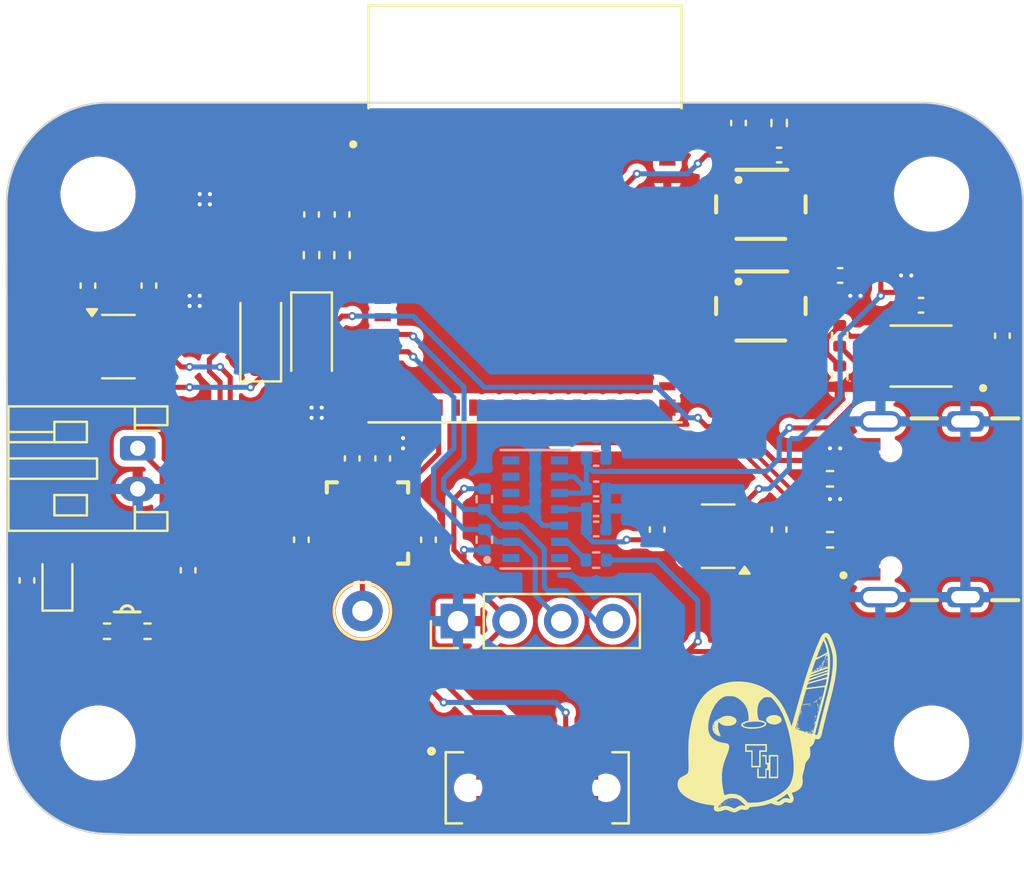
<source format=kicad_pcb>
(kicad_pcb (version 20240108) (generator "pcbnew") (generator_version "8.0")
  (layers (0 "F.Cu" signal) (31 "B.Cu" signal) (34 "B.Paste" user) (35 "F.Paste" user) (36 "B.SilkS" user "B.Silkscreen") (37 "F.SilkS" user "F.Silkscreen") (38 "B.Mask" user) (39 "F.Mask" user) (44 "Edge.Cuts" user))
  (net 0 "")
  (net 1 "+3V3")
  (net 2 "/Ay")
  (net 3 "Net-(USB4105-GF-A1-CC2)")
  (net 4 "Net-(USB4105-GF-A1-CC1)")
  (net 5 "/SCL")
  (net 6 "Net-(U6-~{INT})")
  (net 7 "Net-(D1-K)")
  (net 9 "/Ax")
  (net 11 "+1.8V")
  (net 12 "/EN")
  (net 13 "/DN")
  (net 14 "/DP")
  (net 15 "+5V")
  (net 16 "+BATT")
  (net 17 "/Az")
  (net 18 "/SDA")
  (net 19 "Net-(PAM2401-SCADJ1-LX)")
  (net 20 "Net-(PAM2401-SCADJ1-FB)")
  (net 21 "Net-(BT1-+)")
  (net 22 "/VLED")
  (net 26 "/Boot")
  (net 29 "Net-(U2-IO4)")
  (net 54 "GND")
  (net 55 "Net-(D4-A)")
  (net 58 "Net-(U3-ST)")
  (net 71 "Net-(D4-K)")
  (net 72 "/STAT")
  (net 73 "Net-(MCP73831T1-PROG)")
  (footprint "customFootprints:rockerSwitch-434133025816" (layer "F.Cu") (at 147 49)
    (property "Reference" "SW2" (hide yes))
    (property "Value" "~" (hide yes))
  )
  (footprint "LED_SMD:LED_0603_1608Metric" (layer "F.Cu") (at 112.5 62.5 90)
    (property "Reference" "D4" (hide yes))
    (property "Value" "LED CHRG " (hide yes))
  )
  (footprint "JS102011JAQN:SW_JS102011JAQN" (layer "F.Cu") (at 136.1 72.7)
    (property "Reference" "S1" (hide yes))
    (property "Value" "JS102011JAQN" (hide yes))
  )
  (footprint "Resistor_SMD:R_0402_1005Metric" (layer "F.Cu") (at 125 46.5 -90)
    (property "Reference" "R4" (hide yes))
    (property "Value" "5.1k" (hide yes))
  )
  (footprint "Package_TO_SOT_SMD:SOT-23-5" (layer "F.Cu") (at 115.5 51)
    (property "Reference" "U1" (hide yes))
    (property "Value" "LP5907MFX-3.3" (hide yes))
  )
  (footprint "Capacitor_SMD:C_0402_1005Metric" (layer "F.Cu") (at 148 60 90)
    (property "Reference" "C10" (hide yes))
    (property "Value" "1uF" (hide yes))
  )
  (footprint "esp32s3mini:XCVR_ESP32-S3-MINI-1-N8" (layer "F.Cu") (at 135.5 47)
    (property "Reference" "U2" (hide yes))
    (property "Value" "ESP32-S3-MINI-1-N8" (hide yes))
  )
  (footprint "Resistor_SMD:R_0402_1005Metric" (layer "F.Cu") (at 114.9384 65 180)
    (property "Reference" "R15" (hide yes))
    (property "Value" "2k" (hide yes))
  )
  (footprint "MCP73831T-3ACI_OT:SOT95P270X145-5N" (layer "F.Cu") (at 115.9284 62.5 180)
    (property "Reference" "MCP73831T1" (hide yes))
    (property "Value" "~" (hide yes))
  )
  (footprint "MountingHole:MountingHole_3.2mm_M3" (layer "F.Cu") (at 114.5 43.5)
    (property "Reference" "H1" (hide yes))
    (property "Value" "MountingHole" (hide yes))
  )
  (footprint "Resistor_SMD:R_0402_1005Metric" (layer "F.Cu") (at 126.5 46.5 -90)
    (property "Reference" "R5" (hide yes))
    (property "Value" "5.1k" (hide yes))
  )
  (footprint "Connector_PinHeader_2.54mm:PinHeader_1x04_P2.54mm_Vertical" (layer "F.Cu") (at 132.2 64.5 90)
    (property "Reference" "U4" (hide yes))
    (property "Value" "DM-OLED096-636" (hide yes))
  )
  (footprint "Capacitor_SMD:C_0402_1005Metric" (layer "F.Cu") (at 111 62.5 -90)
    (property "Reference" "C19" (hide yes))
    (property "Value" "4.7uF" (hide yes))
  )
  (footprint "Capacitor_SMD:C_0402_1005Metric" (layer "F.Cu") (at 130.75 60.5 -90)
    (property "Reference" "C7" (hide yes))
    (property "Value" "0.1uF" (hide yes))
  )
  (footprint "Capacitor_SMD:C_0402_1005Metric" (layer "F.Cu") (at 128.5 56.5 90)
    (property "Reference" "C1" (hide yes))
    (property "Value" "0.1uF" (hide yes))
  )
  (footprint "Capacitor_SMD:C_0402_1005Metric" (layer "F.Cu") (at 154.98 48.965)
    (property "Reference" "C17" (hide yes))
    (property "Value" "22uF" (hide yes))
  )
  (footprint "LOGO" (layer "F.Cu") (at 146.5 69.5)
    (property "Reference" "G***" (hide yes))
    (property "Value" "LOGO" (hide yes))
  )
  (footprint "Capacitor_SMD:C_0402_1005Metric" (layer "F.Cu") (at 158.98 50.465 90)
    (property "Reference" "C16" (hide yes))
    (property "Value" "10uF" (hide yes))
  )
  (footprint "Package_TO_SOT_SMD:SOT-23-5" (layer "F.Cu") (at 145 60.325 180)
    (property "Reference" "U5" (hide yes))
    (property "Value" "LP5907MFX-1.8" (hide yes))
  )
  (footprint "USB4105-GF-A-Footprint:GCT_USB4105-GF-A" (layer "F.Cu") (at 157.1625 59 90)
    (property "Reference" "USB4105-GF-A1" (hide yes))
    (property "Value" "~" (hide yes))
  )
  (footprint "Resistor_SMD:R_0402_1005Metric" (layer "F.Cu") (at 148 40 -90)
    (property "Reference" "R2" (hide yes))
    (property "Value" "10k" (hide yes))
  )
  (footprint "Capacitor_SMD:C_0402_1005Metric" (layer "F.Cu") (at 151 47.5 180)
    (property "Reference" "C4" (hide yes))
    (property "Value" "0.1uF" (hide yes))
  )
  (footprint "MountingHole:MountingHole_3.2mm_M3" (layer "F.Cu") (at 114.5 70.5)
    (property "Reference" "H3" (hide yes))
    (property "Value" "MountingHole" (hide yes))
  )
  (footprint "Diode_SMD:D_SOD-123F" (layer "F.Cu") (at 122.5 50.5 90)
    (property "Reference" "D1" (hide yes))
    (property "Value" "D" (hide yes))
  )
  (footprint "Capacitor_SMD:C_0402_1005Metric" (layer "F.Cu") (at 125 44.5 90)
    (property "Reference" "C21" (hide yes))
    (property "Value" "0.1uF" (hide yes))
  )
  (footprint "customFootprints:rockerSwitch-434133025816" (layer "F.Cu") (at 147 44)
    (property "Reference" "SW1" (hide yes))
    (property "Value" "~" (hide yes))
  )
  (footprint "ADXL335:LFCSP-16" (layer "F.Cu") (at 127.75 59.675 90)
    (property "Reference" "U3" (hide yes))
    (property "Value" "ADXL335" (hide yes))
  )
  (footprint "Resistor_SMD:R_0402_1005Metric" (layer "F.Cu") (at 150.5 60.5 180)
    (property "Reference" "R7" (hide yes))
    (property "Value" "5.1k" (hide yes))
  )
  (footprint "TestPoint:TestPoint_Keystone_5000-5004_Miniature" (layer "F.Cu") (at 127.5 64 -90)
    (property "Reference" "TP1" (hide yes))
    (property "Value" "TestPoint" (hide yes))
  )
  (footprint "Resistor_SMD:R_0402_1005Metric" (layer "F.Cu") (at 150.98 52.465 -90)
    (property "Reference" "R1" (hide yes))
    (property "Value" "100k" (hide yes))
  )
  (footprint "Capacitor_SMD:C_0402_1005Metric" (layer "F.Cu") (at 142 60 90)
    (property "Reference" "C11" (hide yes))
    (property "Value" "1uF" (hide yes))
  )
  (footprint "Capacitor_SMD:C_0402_1005Metric" (layer "F.Cu") (at 117 48 -90)
    (property "Reference" "C5" (hide yes))
    (property "Value" "1uF" (hide yes))
  )
  (footprint "MountingHole:MountingHole_3.2mm_M3" (layer "F.Cu") (at 155.5 70.5)
    (property "Reference" "H2" (hide yes))
    (property "Value" "MountingHole" (hide yes))
  )
  (footprint "Resistor_SMD:R_0402_1005Metric" (layer "F.Cu") (at 150.5 57.5 180)
    (property "Reference" "R6" (hide yes))
    (property "Value" "5.1k" (hide yes))
  )
  (footprint "Inductor_SMD:L_0402_1005Metric" (layer "F.Cu") (at 158.98 52.465 -90)
    (property "Reference" "L1" (hide yes))
    (property "Value" "2.2uH" (hide yes))
  )
  (footprint "Capacitor_SMD:C_0402_1005Metric" (layer "F.Cu") (at 148 41.575 180)
    (property "Reference" "C9" (hide yes))
    (property "Value" "0.1uF" (hide yes))
  )
  (footprint "Capacitor_SMD:C_0402_1005Metric" (layer "F.Cu") (at 118.9284 62 -90)
    (property "Reference" "C18" (hide yes))
    (property "Value" "4.7uF" (hide yes))
  )
  (footprint "Diode_SMD:D_SOD-123F" (layer "F.Cu") (at 125 50.545 -90)
    (property "Reference" "D2" (hide yes))
    (property "Value" "D" (hide yes))
  )
  (footprint "Capacitor_SMD:C_0402_1005Metric" (layer "F.Cu") (at 126.5 44.5 90)
    (property "Reference" "C20" (hide yes))
    (property "Value" "22uF" (hide yes))
  )
  (footprint "Capacitor_SMD:C_0402_1005Metric" (layer "F.Cu") (at 127 56.5 90)
    (property "Reference" "C2" (hide yes))
    (property "Value" "0.1uF" (hide yes))
  )
  (footprint "PAM2401SCADJ:SOP65P490X110-8N" (layer "F.Cu") (at 154.98 51.465 180)
    (property "Reference" "PAM2401-SCADJ1" (hide yes))
    (property "Value" "~")
  )
  (footprint "Capacitor_SMD:C_0402_1005Metric" (layer "F.Cu") (at 114 48 -90)
    (property "Reference" "C6" (hide yes))
    (property "Value" "1uF" (hide yes))
  )
  (footprint "Capacitor_SMD:C_0402_1005Metric" (layer "F.Cu") (at 146 40 -90)
    (property "Reference" "C3" (hide yes))
    (property "Value" "1uF" (hide yes))
  )
  (footprint "MountingHole:MountingHole_3.2mm_M3" (layer "F.Cu") (at 155.5 43.5)
    (property "Reference" "H4" (hide yes))
    (property "Value" "MountingHole" (hide yes))
  )
  (footprint "Resistor_SMD:R_0402_1005Metric" (layer "F.Cu") (at 116.9284 65)
    (property "Reference" "R13" (hide yes))
    (property "Value" "470" (hide yes))
  )
  (footprint "Resistor_SMD:R_0402_1005Metric" (layer "F.Cu") (at 150.98 50.465 -90)
    (property "Reference" "R3" (hide yes))
    (property "Value" "750k" (hide yes))
  )
  (footprint "Connector_JST:JST_PH_S2B-PH-K_1x02_P2.00mm_Horizontal" (layer "F.Cu") (at 116.45 56 -90)
    (property "Reference" "BT1" (hide yes))
    (property "Value" "Battery_Cell" (hide yes))
  )
  (footprint "Capacitor_SMD:C_0402_1005Metric" (layer "F.Cu") (at 124.5 60.5 -90)
    (property "Reference" "C8" (hide yes))
    (property "Value" "0.1uF" (hide yes))
  )
  (footprint "Capacitor_SMD:C_0402_1005Metric" (layer "B.Cu") (at 139 58 180)
    (property "Reference" "C12" (hide yes))
    (property "Value" "10uF" (hide yes))
  )
  (footprint "Resistor_SMD:R_0402_1005Metric" (layer "B.Cu") (at 139 61.5 180)
    (property "Reference" "R9" (hide yes))
    (property "Value" "1k" (hide yes))
  )
  (footprint "Capacitor_SMD:C_0402_1005Metric" (layer "B.Cu") (at 139 56.5)
    (property "Reference" "C13" (hide yes))
    (property "Value" "0.1uF" (hide yes))
  )
  (footprint "Resistor_SMD:R_0402_1005Metric" (layer "B.Cu") (at 133.5 58.5 -90)
    (property "Reference" "R14" (hide yes))
    (property "Value" "1k" (hide yes))
  )
  (footprint "Resistor_SMD:R_0402_1005Metric" (layer "B.Cu") (at 133.5 60.5 90)
    (property "Reference" "R8" (hide yes))
    (property "Value" "1k" (hide yes))
  )
  (footprint "Capacitor_SMD:C_0402_1005Metric" (layer "B.Cu") (at 139 58.97 180)
    (property "Reference" "C14" (hide yes))
    (property "Value" "4.7uF" (hide yes))
  )
  (footprint "MAX30101EFD_T:PSON80P560X330X165-14N" (layer "B.Cu") (at 136 59)
    (property "Reference" "U6" (hide yes))
    (property "Value" "MAX30101EFD_T" (hide yes))
  )
  (footprint "Capacitor_SMD:C_0402_1005Metric" (layer "B.Cu") (at 139 59.97)
    (property "Reference" "C15" (hide yes))
    (property "Value" "0.1uF" (hide yes))
  )
  (gr_line (start 110.035534 69.964466) (end 110 44) (stroke (width 0.1)) (layer "Edge.Cuts"))
  (gr_line (start 155 75) (end 116 75) (stroke (width 0.1)) (layer "Edge.Cuts"))
  (gr_line (start 116 75) (end 115.035534 74.964466) (stroke (width 0.1)) (layer "Edge.Cuts"))
  (gr_arc (start 115.035534 74.964466) (mid 111.49999 73.50001) (end 110.035534 69.964466) (stroke (width 0.1)) (layer "Edge.Cuts"))
  (gr_arc (start 160 70) (mid 158.535534 73.535534) (end 155 75) (stroke (width 0.1)) (layer "Edge.Cuts"))
  (gr_line (start 160 44) (end 160 70) (stroke (width 0.1)) (layer "Edge.Cuts"))
  (gr_arc (start 110 44) (mid 111.464466 40.464466) (end 115 39) (stroke (width 0.1)) (layer "Edge.Cuts"))
  (gr_arc (start 155 39) (mid 158.535534 40.464466) (end 160 44) (stroke (width 0.1)) (layer "Edge.Cuts"))
  (gr_line (start 115 39) (end 155 39) (stroke (width 0.1)) (layer "Edge.Cuts"))
  (segment (start 153.17 48.33) (end 153 48.5) (width 0.25) (layer "F.Cu") (net 1))
  (segment (start 147.98851 60.48) (end 148 60.48) (width 0.25) (layer "F.Cu") (net 1))
  (segment (start 157.09 51.14) (end 156.215 51.14) (width 0.25) (layer "F.Cu") (net 1))
  (segment (start 132 58.5) (end 132.51 57.99) (width 0.25) (layer "F.Cu") (net 1))
  (segment (start 122.48 47.5) (end 125 44.98) (width 0.25) (layer "F.Cu") (net 1))
  (segment (start 117.02 47.5) (end 122.48 47.5) (width 0.25) (layer "F.Cu") (net 1))
  (segment (start 132 58.5) (end 132 61) (width 0.25) (layer "F.Cu") (net 1))
  (segment (start 126.25851 44.98) (end 126.5 44.98) (width 0.25) (layer "F.Cu") (net 1))
  (segment (start 132.5 61.5) (end 133.5 62.5) (width 0.25) (layer "F.Cu") (net 1))
  (segment (start 116 48.210001) (end 116 49.4125) (width 0.25) (layer "F.Cu") (net 1))
  (segment (start 134.12 64.5) (end 134.74 64.5) (width 0.25) (layer "F.Cu") (net 1))
  (segment (start 126.5 44.98) (end 125 44.98) (width 0.25) (layer "F.Cu") (net 1))
  (segment (start 116 49.4125) (end 116.6375 50.05) (width 0.25) (layer "F.Cu") (net 1))
  (segment (start 123.98 60.02) (end 123.5 60.5) (width 0.25) (layer "F.Cu") (net 1))
  (segment (start 153 47.5) (end 153 48.5) (width 0.25) (layer "F.Cu") (net 1))
  (segment (start 158.98 51.98) (end 158.98 50.945) (width 0.25) (layer "F.Cu") (net 1))
  (segment (start 146.5 59.0125) (end 146.5 58.5) (width 0.25) (layer "F.Cu") (net 1))
  (segment (start 158.785 51.14) (end 157.09 51.14) (width 0.25) (layer "F.Cu") (net 1))
  (segment (start 132.5 61) (end 132.51 60.99) (width 0.25) (layer "F.Cu") (net 1))
  (segment (start 116.6375 50.05) (end 118.5875 52) (width 0.25) (layer "F.Cu") (net 1))
  (segment (start 155.83 48.33) (end 153.17 48.33) (width 0.25) (layer "F.Cu") (net 1))
  (segment (start 121 52.5) (end 121 54) (width 0.25) (layer "F.Cu") (net 1))
  (segment (start 126.136396 67) (end 132.5 67) (width 0.25) (layer "F.Cu") (net 1))
  (segment (start 147.205 61.275) (end 148 60.48) (width 0.25) (layer "F.Cu") (net 1))
  (segment (start 151 45.5) (end 153 47.5) (width 0.25) (layer "F.Cu") (net 1))
  (segment (start 148 60.48) (end 148.48 60.48) (width 0.25) (layer "F.Cu") (net 1))
  (segment (start 148.99 39.49) (end 151 41.5) (width 0.25) (layer "F.Cu") (net 1))
  (segment (start 124.5 56.5) (end 124.5 60.02) (width 0.25) (layer "F.Cu") (net 1))
  (segment (start 125 62.863604) (end 125 65.863604) (width 0.25) (layer "F.Cu") (net 1))
  (segment (start 132 61) (end 132.5 61.5) (width 0.25) (layer "F.Cu") (net 1))
  (segment (start 156.065 48.565) (end 155.83 48.33) (width 0.25) (layer "F.Cu") (net 1))
  (segment (start 146.88351 59.375) (end 147.98851 60.48) (width 0.25) (layer "F.Cu") (net 1))
  (segment (start 156.065 50.99) (end 156.065 48.565) (width 0.25) (layer "F.Cu") (net 1))
  (segment (start 143.5 66) (end 144 65.5) (width 0.25) (layer "F.Cu") (net 1))
  (segment (start 118.5875 52) (end 119 52) (width 0.25) (layer "F.Cu") (net 1))
  (segment (start 124.5 60.02) (end 123.98 60.02) (width 0.25) (layer "F.Cu") (net 1))
  (segment (start 125.98 60.02) (end 126 60) (width 0.25) (layer "F.Cu") (net 1))
  (segment (start 126.5 44.98) (end 126.534999 44.98) (width 0.25) (layer "F.Cu") (net 1))
  (segment (start 121 54) (end 122.475 55.475) (width 0.25) (layer "F.Cu") (net 1))
  (segment (start 146.1375 59.375) (end 146.5 59.0125) (width 0.25) (layer "F.Cu") (net 1))
  (segment (start 123.475 55.475) (end 124.5 56.5) (width 0.25) (layer "F.Cu") (net 1))
  (segment (start 147 66) (end 149 64) (width 0.25) (layer "F.Cu") (net 1))
  (segment (start 146.5 58.5) (end 147 58) (width 0.25) (layer "F.Cu") (net 1))
  (segment (start 146.1375 61.275) (end 147.205 61.275) (width 0.25) (layer "F.Cu") (net 1))
  (segment (start 148 39.49) (end 148.99 39.49) (width 0.25) (layer "F.Cu") (net 1))
  (segment (start 117 47.52) (end 117.02 47.5) (width 0.25) (layer "F.Cu") (net 1))
  (segment (start 148.48 60.48) (end 149 61) (width 0.25) (layer "F.Cu") (net 1))
  (segment (start 127.5 44.014999) (end 127.5 43.1) (width 0.25) (layer "F.Cu") (net 1))
  (segment (start 122.475 55.475) (end 123.475 55.475) (width 0.25) (layer "F.Cu") (net 1))
  (segment (start 124.5 60.02) (end 124.51149 60.02) (width 0.25) (layer "F.Cu") (net 1))
  (segment (start 158.98 50.945) (end 158.785 51.14) (width 0.25) (layer "F.Cu") (net 1))
  (segment (start 144.5 66) (end 147 66) (width 0.25) (layer "F.Cu") (net 1))
  (segment (start 133.5 67) (end 133 66.5) (width 0.25) (layer "F.Cu") (net 1))
  (segment (start 146.1375 59.375) (end 146.88351 59.375) (width 0.25) (layer "F.Cu") (net 1))
  (segment (start 158.79 51.79) (end 158.98 51.98) (width 0.25) (layer "F.Cu") (net 1))
  (segment (start 123.5 60.5) (end 123.5 61.363604) (width 0.25) (layer "F.Cu") (net 1))
  (segment (start 133 66.24) (end 134.74 64.5) (width 0.25) (layer "F.Cu") (net 1))
  (segment (start 143.5 66) (end 142.5 67) (width 0.25) (layer "F.Cu") (net 1))
  (segment (start 133.5 63.26) (end 134.74 64.5) (width 0.25) (layer "F.Cu") (net 1))
  (segment (start 133.5 62.5) (end 133.5 63.26) (width 0.25) (layer "F.Cu") (net 1))
  (segment (start 132.5 67) (end 133 66.5) (width 0.25) (layer "F.Cu") (net 1))
  (segment (start 117 47.52) (end 116.690001 47.52) (width 0.25) (layer "F.Cu") (net 1))
  (segment (start 126.534999 44.98) (end 127.5 44.014999) (width 0.25) (layer "F.Cu") (net 1))
  (segment (start 125 65.863604) (end 126.136396 67) (width 0.25) (layer "F.Cu") (net 1))
  (segment (start 127.5 43.1) (end 127.85 42.75) (width 0.25) (layer "F.Cu") (net 1))
  (segment (start 151 41.5) (end 151 45.5) (width 0.25) (layer "F.Cu") (net 1))
  (segment (start 142.5 67) (end 133.5 67) (width 0.25) (layer "F.Cu") (net 1))
  (segment (start 143.5 66) (end 144.5 66) (width 0.25) (layer "F.Cu") (net 1))
  (segment (start 123.5 61.363604) (end 125 62.863604) (width 0.25) (layer "F.Cu") (net 1))
  (segment (start 133 66.5) (end 133 66.24) (width 0.25) (layer "F.Cu") (net 1))
  (segment (start 116.690001 47.52) (end 116 48.210001) (width 0.25) (layer "F.Cu") (net 1))
  (segment (start 120.5 52) (end 121 52.5) (width 0.25) (layer "F.Cu") (net 1))
  (segment (start 132.5 61) (end 132.5 61.5) (width 0.25) (layer "F.Cu") (net 1))
  (segment (start 125 44.98) (end 125.01149 44.98) (width 0.25) (layer "F.Cu") (net 1))
  (segment (start 157.09 51.79) (end 158.79 51.79) (width 0.25) (layer "F.Cu") (net 1))
  (segment (start 156.215 51.14) (end 156.065 50.99) (width 0.25) (layer "F.Cu") (net 1))
  (segment (start 149 64) (end 149 61) (width 0.25) (layer "F.Cu") (net 1))
  (segment (start 127.85 42.75) (end 128.5 42.75) (width 0.25) (layer "F.Cu") (net 1))
  (via (at 144 65.5) (size 0.4) (drill 0.2) (layers "F.Cu" "B.Cu") (net 1))
  (via (at 120.5 52) (size 0.4) (drill 0.2) (layers "F.Cu" "B.Cu") (net 1))
  (via (at 132.51 57.99) (size 0.4) (drill 0.2) (layers "F.Cu" "B.Cu") (net 1))
  (via (at 153 48.5) (size 0.4) (drill 0.2) (layers "F.Cu" "B.Cu") (net 1))
  (via (at 147 58) (size 0.4) (drill 0.2) (layers "F.Cu" "B.Cu") (net 1))
  (via (at 132.5 61) (size 0.4) (drill 0.2) (layers "F.Cu" "B.Cu") (net 1))
  (via (at 119 52) (size 0.4) (drill 0.2) (layers "F.Cu" "B.Cu") (net 1))
  (segment (start 119 52) (end 119.5 52) (width 0.25) (layer "B.Cu") (net 1))
  (segment (start 147.5 58) (end 147 58) (width 0.25) (layer "B.Cu") (net 1))
  (segment (start 132.5 61) (end 132.51 61.01) (width 0.25) (layer "B.Cu") (net 1))
  (segment (start 151 50.5) (end 151 53.5) (width 0.25) (layer "B.Cu") (net 1))
  (segment (start 144 63.5) (end 144 65.5) (width 0.25) (layer "B.Cu") (net 1))
  (segment (start 148.975 55.525) (end 148.611396 55.525) (width 0.25) (layer "B.Cu") (net 1))
  (segment (start 133.5 61.01) (end 132.5 61) (width 0.25) (layer "B.Cu") (net 1))
  (segment (start 139.51 61.5) (end 142 61.5) (width 0.25) (layer "B.Cu") (net 1))
  (segment (start 148.611396 55.525) (end 148.5 55.636396) (width 0.25) (layer "B.Cu") (net 1))
  (segment (start 119.5 52) (end 120.5 52) (width 0.25) (layer "B.Cu") (net 1))
  (segment (start 148.5 55.636396) (end 148.5 57) (width 0.25) (layer "B.Cu") (net 1))
  (segment (start 151 53.5) (end 148.975 55.525) (width 0.25) (layer "B.Cu") (net 1))
  (segment (start 148.5 57) (end 147.5 58) (width 0.25) (layer "B.Cu") (net 1))
  (segment (start 142 61.5) (end 144 63.5) (width 0.25) (layer "B.Cu") (net 1))
  (segment (start 133.5 57.99) (end 132.51 57.99) (width 0.25) (layer "B.Cu") (net 1))
  (segment (start 151 50.5) (end 153 48.5) (width 0.25) (layer "B.Cu") (net 1))
  (segment (start 128.075 57.925) (end 128.075 57.405) (width 0.25) (layer "F.Cu") (net 2))
  (segment (start 129.42 56.98) (end 130.4 56) (width 0.25) (layer "F.Cu") (net 2))
  (segment (start 128.075 57.405) (end 128.5 56.98) (width 0.25) (layer "F.Cu") (net 2))
  (segment (start 130.4 56) (end 130.4 54) (width 0.25) (layer "F.Cu") (net 2))
  (segment (start 128.5 56.98) (end 129.42 56.98) (width 0.25) (layer "F.Cu") (net 2))
  (segment (start 151.01 57.5) (end 151.26 57.25) (width 0.25) (layer "F.Cu") (net 3))
  (segment (start 151.26 57.25) (end 152.4075 57.25) (width 0.25) (layer "F.Cu") (net 3))
  (segment (start 151.01 60.5) (end 151.26 60.25) (width 0.25) (layer "F.Cu") (net 4))
  (segment (start 151.26 60.25) (end 152.4075 60.25) (width 0.25) (layer "F.Cu") (net 4))
  (segment (start 129.75 51.25) (end 130 51.5) (width 0.25) (layer "F.Cu") (net 5))
  (segment (start 128.5 51.25) (end 129.75 51.25) (width 0.25) (layer "F.Cu") (net 5))
  (via (at 130 51.5) (size 0.4) (drill 0.2) (layers "F.Cu" "B.Cu") (net 5))
  (segment (start 136 63.22) (end 136 61.375) (width 0.25) (layer "B.Cu") (net 5))
  (segment (start 137.28 64.5) (end 136 63.22) (width 0.25) (layer "B.Cu") (net 5))
  (segment (start 133.5 59.99) (end 132.49 59.99) (width 0.25) (layer "B.Cu") (net 5))
  (segment (start 136 61.375) (end 135.225 60.6) (width 0.25) (layer "B.Cu") (net 5))
  (segment (start 132 53.5) (end 130 51.5) (width 0.25) (layer "B.Cu") (net 5))
  (segment (start 132 56) (end 132 53.5) (width 0.25) (layer "B.Cu") (net 5))
  (segment (start 131 57) (end 132 56) (width 0.25) (layer "B.Cu") (net 5))
  (segment (start 133.5 59.99) (end 134.11 60.6) (width 0.25) (layer "B.Cu") (net 5))
  (segment (start 135.225 60.6) (end 134.805 60.6) (width 0.25) (layer "B.Cu") (net 5))
  (segment (start 134.11 60.6) (end 134.805 60.6) (width 0.25) (layer "B.Cu") (net 5))
  (segment (start 132.49 59.99) (end 131 58.5) (width 0.25) (layer "B.Cu") (net 5))
  (segment (start 131 58.5) (end 131 57) (width 0.25) (layer "B.Cu") (net 5))
  (segment (start 137.59 60.6) (end 138.49 61.5) (width 0.25) (layer "B.Cu") (net 6))
  (segment (start 137.195 60.6) (end 137.59 60.6) (width 0.25) (layer "B.Cu") (net 6))
  (segment (start 122 53) (end 122.5 52.5) (width 0.25) (layer "F.Cu") (net 7))
  (segment (start 122.5 52.5) (end 122.5 51.9) (width 0.25) (layer "F.Cu") (net 7))
  (segment (start 122.5 51.9) (end 122.5 51.645) (width 0.25) (layer "F.Cu") (net 7))
  (segment (start 114.3625 51.95) (end 115.4125 53) (width 0.25) (layer "F.Cu") (net 7))
  (segment (start 115.4125 53) (end 118.5 53) (width 0.25) (layer "F.Cu") (net 7))
  (segment (start 114.3625 50.05) (end 115.024999 50.05) (width 0.25) (layer "F.Cu") (net 7))
  (segment (start 115.024999 50.05) (end 115.35 50.375001) (width 0.25) (layer "F.Cu") (net 7))
  (segment (start 114.309999 47.52) (end 115 48.210001) (width 0.25) (layer "F.Cu") (net 7))
  (segment (start 118.5 53) (end 119 53) (width 0.25) (layer "F.Cu") (net 7))
  (segment (start 115.024999 51.95) (end 114.3625 51.95) (width 0.25) (layer "F.Cu") (net 7))
  (segment (start 115.35 51.624999) (end 115.024999 51.95) (width 0.25) (layer "F.Cu") (net 7))
  (segment (start 114 47.52) (end 114.309999 47.52) (width 0.25) (layer "F.Cu") (net 7))
  (segment (start 115 48.210001) (end 115 49.4125) (width 0.25) (layer "F.Cu") (net 7))
  (segment (start 122.5 51.645) (end 125 49.145) (width 0.25) (layer "F.Cu") (net 7))
  (segment (start 115 49.4125) (end 114.3625 50.05) (width 0.25) (layer "F.Cu") (net 7))
  (segment (start 115.35 50.375001) (end 115.35 51.624999) (width 0.25) (layer "F.Cu") (net 7))
  (via (at 119 53) (size 0.4) (drill 0.2) (layers "F.Cu" "B.Cu") (net 7))
  (via (at 122 53) (size 0.4) (drill 0.2) (layers "F.Cu" "B.Cu") (net 7))
  (segment (start 122 53) (end 119 53) (width 0.25) (layer "B.Cu") (net 7))
  (segment (start 129.55 54) (end 129.55 54.45) (width 0.25) (layer "F.Cu") (net 9))
  (segment (start 126.365 55.635) (end 127 55) (width 0.25) (layer "F.Cu") (net 9))
  (segment (start 126.775 57.205) (end 127 56.98) (width 0.25) (layer "F.Cu") (net 9))
  (segment (start 127 56.98) (end 126.690001 56.98) (width 0.25) (layer "F.Cu") (net 9))
  (segment (start 126.365 56.654999) (end 126.365 55.635) (width 0.25) (layer "F.Cu") (net 9))
  (segment (start 129 55) (end 127 55) (width 0.25) (layer "F.Cu") (net 9))
  (segment (start 126.775 57.925) (end 126.775 57.205) (width 0.25) (layer "F.Cu") (net 9))
  (segment (start 129.55 54.45) (end 129 55) (width 0.25) (layer "F.Cu") (net 9))
  (segment (start 126.690001 56.98) (end 126.365 56.654999) (width 0.25) (layer "F.Cu") (net 9))
  (segment (start 142 60.48) (end 143.0675 60.48) (width 0.25) (layer "F.Cu") (net 11))
  (segment (start 141.98 60.5) (end 142 60.48) (width 0.25) (layer "F.Cu") (net 11))
  (segment (start 140.5 60.5) (end 141.98 60.5) (width 0.25) (layer "F.Cu") (net 11))
  (segment (start 143.0675 60.48) (end 143.8625 61.275) (width 0.25) (layer "F.Cu") (net 11))
  (via (at 140.5 60.5) (size 0.4) (drill 0.2) (layers "F.Cu" "B.Cu") (net 11))
  (segment (start 138.52 60.279999) (end 138.845001 60.605) (width 0.25) (layer "B.Cu") (net 11))
  (segment (start 138.49 59) (end 138.52 58.97) (width 0.25) (layer "B.Cu") (net 11))
  (segment (start 140.395 60.605) (end 140.5 60.5) (width 0.25) (layer "B.Cu") (net 11))
  (segment (start 137.195 59) (end 138.49 59) (width 0.25) (layer "B.Cu") (net 11))
  (segment (start 138.845001 60.605) (end 140.395 60.605) (width 0.25) (layer "B.Cu") (net 11))
  (segment (start 138.52 59.97) (end 138.52 60.279999) (width 0.25) (layer "B.Cu") (net 11))
  (segment (start 150.52 47.5) (end 149.52 46.5) (width 0.25) (layer "F.Cu") (net 12))
  (segment (start 144.45851 41.05) (end 145.02851 40.48) (width 0.25) (layer "F.Cu") (net 12))
  (segment (start 149.52 46.5) (end 146.35 46.5) (width 0.25) (layer "F.Cu") (net 12))
  (segment (start 150.5 47.52) (end 150.52 47.5) (width 0.25) (layer "F.Cu") (net 12))
  (segment (start 150.5 42) (end 149.01 40.51) (width 0.25) (layer "F.Cu") (net 12))
  (segment (start 146.35 46.5) (end 144.925 47.925) (width 0.25) (layer "F.Cu") (net 12))
  (segment (start 145.02851 40.48) (end 146 40.48) (width 0.25) (layer "F.Cu") (net 12))
  (segment (start 146 40.48) (end 147.97 40.48) (width 0.25) (layer "F.Cu") (net 12))
  (segment (start 149.01 40.51) (end 148 40.51) (width 0.25) (layer "F.Cu") (net 12))
  (segment (start 142.5 41.05) (end 144.45851 41.05) (width 0.25) (layer "F.Cu") (net 12))
  (segment (start 147.97 40.48) (end 148 40.51) (width 0.25) (layer "F.Cu") (net 12))
  (segment (start 149.52 46.5) (end 150 46.5) (width 0.25) (layer "F.Cu") (net 12))
  (segment (start 150 46.5) (end 150.5 46) (width 0.25) (layer "F.Cu") (net 12))
  (segment (start 150.5 46) (end 150.5 42) (width 0.25) (layer "F.Cu") (net 12))
  (segment (start 153.2825 58.8) (end 153.2825 59.7) (width 0.2) (layer "F.Cu") (net 13))
  (segment (start 153.2825 59.7) (end 153.2325 59.75) (width 0.2) (layer "F.Cu") (net 13))
  (segment (start 153.2325 59.75) (end 152.4075 59.75) (width 0.2) (layer "F.Cu") (net 13))
  (segment (start 149.75 59.75) (end 152.4075 59.75) (width 0.2) (layer "F.Cu") (net 13))
  (segment (start 145.75 55.75) (end 149.75 59.75) (width 0.2) (layer "F.Cu") (net 13))
  (segment (start 153.2325 58.75) (end 153.2825 58.8) (width 0.2) (layer "F.Cu") (net 13))
  (segment (start 137.05 55.75) (end 145.75 55.75) (width 0.2) (layer "F.Cu") (net 13))
  (segment (start 152.4075 58.75) (end 153.2325 58.75) (width 0.2) (layer "F.Cu") (net 13))
  (segment (start 135.5 54.2) (end 137.05 55.75) (width 0.2) (layer "F.Cu") (net 13))
  (segment (start 135.5 54) (end 135.5 54.2) (width 0.2) (layer "F.Cu") (net 13))
  (segment (start 151.5 58.75) (end 151 59.25) (width 0.2) (layer "F.Cu") (net 14))
  (segment (start 149.815686 59.25) (end 151 59.25) (width 0.2) (layer "F.Cu") (net 14))
  (segment (start 137.215686 55.35) (end 145.915686 55.35) (width 0.2) (layer "F.Cu") (net 14))
  (segment (start 145.915686 55.35) (end 149.815686 59.25) (width 0.2) (layer "F.Cu") (net 14))
  (segment (start 151.5825 58.25) (end 151.5 58.3325) (width 0.2) (layer "F.Cu") (net 14))
  (segment (start 152.4075 58.25) (end 151.5825 58.25) (width 0.2) (layer "F.Cu") (net 14))
  (segment (start 136.35 54.484314) (end 137.215686 55.35) (width 0.2) (layer "F.Cu") (net 14))
  (segment (start 136.35 54) (end 136.35 54.484314) (width 0.2) (layer "F.Cu") (net 14))
  (segment (start 151 59.25) (end 152.4075 59.25) (width 0.2) (layer "F.Cu") (net 14))
  (segment (start 151.5 58.3325) (end 151.5 58.75) (width 0.2) (layer "F.Cu") (net 14))
  (segment (start 153.7075 57.324949) (end 152.982551 56.6) (width 0.25) (layer "F.Cu") (net 15))
  (segment (start 152.982551 56.6) (end 152.4075 56.6) (width 0.25) (layer "F.Cu") (net 15))
  (segment (start 153.7075 60.675051) (end 153.7075 57.324949) (width 0.25) (layer "F.Cu") (net 15))
  (segment (start 146.091726 54.925) (end 147.766726 56.6) (width 0.25) (layer "F.Cu") (net 15))
  (segment (start 125 51) (end 126.5 49.5) (width 0.25) (layer "F.Cu") (net 15))
  (segment (start 152.982551 61.4) (end 153.7075 60.675051) (width 0.25) (layer "F.Cu") (net 15))
  (segment (start 144 54.5) (end 144.425 54.925) (width 0.25) (layer "F.Cu") (net 15))
  (segment (start 147.766726 56.6) (end 152.4075 56.6) (width 0.25) (layer "F.Cu") (net 15))
  (segment (start 152.4075 61.4) (end 152.982551 61.4) (width 0.25) (layer "F.Cu") (net 15))
  (segment (start 126.5 49.5) (end 127 49.5) (width 0.25) (layer "F.Cu") (net 15))
  (segment (start 125 51.945) (end 125 51) (width 0.25) (layer "F.Cu") (net 15))
  (segment (start 144.425 54.925) (end 146.091726 54.925) (width 0.25) (layer "F.Cu") (net 15))
  (via (at 127 49.5) (size 0.4) (drill 0.2) (layers "F.Cu" "B.Cu") (net 15))
  (via (at 144 54.5) (size 0.4) (drill 0.2) (layers "F.Cu" "B.Cu") (net 15))
  (segment (start 142 53) (end 143.5 54.5) (width 0.25) (layer "B.Cu") (net 15))
  (segment (start 127 49.5) (end 130 49.5) (width 0.25) (layer "B.Cu") (net 15))
  (segment (start 133.5 53) (end 142 53) (width 0.25) (layer "B.Cu") (net 15))
  (segment (start 130 49.5) (end 133.5 53) (width 0.25) (layer "B.Cu") (net 15))
  (segment (start 143.5 54.5) (end 144 54.5) (width 0.25) (layer "B.Cu") (net 15))
  (segment (start 122.5 48.49) (end 122.5 49.1) (width 0.25) (layer "F.Cu") (net 16))
  (segment (start 133 69) (end 134.3 69) (width 0.25) (layer "F.Cu") (net 16))
  (segment (start 131.5 67.5) (end 133 69) (width 0.25) (layer "F.Cu") (net 16))
  (segment (start 136.1 70.8) (end 136.1 73.2) (width 0.25) (layer "F.Cu") (net 16))
  (segment (start 124.5 66) (end 126 67.5) (width 0.25) (layer "F.Cu") (net 16))
  (segment (start 123 56.575) (end 123 61.5) (width 0.25) (layer "F.Cu") (net 16))
  (segment (start 122.35 55.925) (end 123 56.575) (width 0.25) (layer "F.Cu") (net 16))
  (segment (start 125 45.99) (end 122.5 48.49) (width 0.25) (layer "F.Cu") (net 16))
  (segment (start 134.3 69) (end 136.1 70.8) (width 0.25) (layer "F.Cu") (net 16))
  (segment (start 124.5 63) (end 124.5 66) (width 0.25) (layer "F.Cu") (net 16))
  (segment (start 120.5 54.136396) (end 122.288604 55.925) (width 0.25) (layer "F.Cu") (net 16))
  (segment (start 119.975 51.625) (end 119.975 52.217463) (width 0.25) (layer "F.Cu") (net 16))
  (segment (start 123 61.5) (end 124.5 63) (width 0.25) (layer "F.Cu") (net 16))
  (segment (start 120.5 52.742463) (end 120.5 54.136396) (width 0.25) (layer "F.Cu") (net 16))
  (segment (start 122.5 49.1) (end 119.975 51.625) (width 0.25) (layer "F.Cu") (net 16))
  (segment (start 126 67.5) (end 131.5 67.5) (width 0.25) (layer "F.Cu") (net 16))
  (segment (start 122.288604 55.925) (end 122.35 55.925) (width 0.25) (layer "F.Cu") (net 16))
  (segment (start 119.975 52.217463) (end 120.5 52.742463) (width 0.25) (layer "F.Cu") (net 16))
  (segment (start 131.25 56.25) (end 131.25 54) (width 0.25) (layer "F.Cu") (net 17))
  (segment (start 130.075 58.7) (end 130.75 59.375) (width 0.25) (layer "F.Cu") (net 17))
  (segment (start 129.5 58.7) (end 129.5 58) (width 0.25) (layer "F.Cu") (net 17))
  (segment (start 129.5 58) (end 131.25 56.25) (width 0.25) (layer "F.Cu") (net 17))
  (segment (start 129.5 58.7) (end 130.075 58.7) (width 0.25) (layer "F.Cu") (net 17))
  (segment (start 130.75 59.375) (end 130.75 60.02) (width 0.25) (layer "F.Cu") (net 17))
  (segment (start 129.9 50.4) (end 130 50.5) (width 0.25) (layer "F.Cu") (net 18))
  (segment (start 128.5 50.4) (end 129.9 50.4) (width 0.25) (layer "F.Cu") (net 18))
  (via (at 130 50.5) (size 0.4) (drill 0.2) (layers "F.Cu" "B.Cu") (net 18))
  (segment (start 131.5 58) (end 132.5 59) (width 0.25) (layer "B.Cu") (net 18))
  (segment (start 133.5 59.01) (end 134.29 59.8) (width 0.25) (layer "B.Cu") (net 18))
  (segment (start 132.5 59) (end 132.5 59.01) (width 0.25) (layer "B.Cu") (net 18))
  (segment (start 134.29 59.8) (end 134.805 59.8) (width 0.25) (layer "B.Cu") (net 18))
  (segment (start 132.5 56.5) (end 132.5 53) (width 0.25) (layer "B.Cu") (net 18))
  (segment (start 139 64.5) (end 139.82 64.5) (width 0.25) (layer "B.Cu") (net 18))
  (segment (start 131.5 58) (end 131.5 57.5) (width 0.25) (layer "B.Cu") (net 18))
  (segment (start 136.618851 63) (end 137.5 63) (width 0.25) (layer "B.Cu") (net 18))
  (segment (start 136.45 60.95) (end 136.45 62.831149) (width 0.25) (layer "B.Cu") (net 18))
  (segment (start 131.5 57.5) (end 132.5 56.5) (width 0.25) (layer "B.Cu") (net 18))
  (segment (start 133.5 59.01) (end 132.5 59.01) (width 0.25) (layer "B.Cu") (net 18))
  (segment (start 136.45 62.831149) (end 136.618851 63) (width 0.25) (layer "B.Cu") (net 18))
  (segment (start 135.3 59.8) (end 136.45 60.95) (width 0.25) (layer "B.Cu") (net 18))
  (segment (start 132.5 53) (end 130 50.5) (width 0.25) (layer "B.Cu") (net 18))
  (segment (start 134.805 59.8) (end 135.3 59.8) (width 0.25) (layer "B.Cu") (net 18))
  (segment (start 137.5 63) (end 139 64.5) (width 0.25) (layer "B.Cu") (net 18))
  (segment (start 158.98 52.95) (end 157.6 52.95) (width 0.25) (layer "F.Cu") (net 19))
  (segment (start 157.6 52.95) (end 157.09 52.44) (width 0.25) (layer "F.Cu") (net 19))
  (segment (start 150.335 50.6) (end 150.98 49.955) (width 0.25) (layer "F.Cu") (net 20))
  (segment (start 151.515 50.49) (end 150.98 49.955) (width 0.25) (layer "F.Cu") (net 20))
  (segment (start 150.98 51.955) (end 150.335 51.31) (width 0.25) (layer "F.Cu") (net 20))
  (segment (start 150.335 51.31) (end 150.335 50.6) (width 0.25) (layer "F.Cu") (net 20))
  (segment (start 152.87 50.49) (end 151.515 50.49) (width 0.25) (layer "F.Cu") (net 20))
  (segment (start 117.65 57.2) (end 117.65 61.2102) (width 0.25) (layer "F.Cu") (net 21))
  (segment (start 124 63.136396) (end 124 66.136396) (width 0.25) (layer "F.Cu") (net 21))
  (segment (start 125.813604 67.95) (end 130.95 67.95) (width 0.25) (layer "F.Cu") (net 21))
  (segment (start 116.45 56) (end 117.65 57.2) (width 0.25) (layer "F.Cu") (net 21))
  (segment (start 124 66.136396) (end 125.813604 67.95) (width 0.25) (layer "F.Cu") (net 21))
  (segment (start 118.8882 61.5602) (end 118.9284 61.52) (width 0.25) (layer "F.Cu") (net 21))
  (segment (start 122.383604 61.52) (end 124 63.136396) (width 0.25) (layer "F.Cu") (net 21))
  (segment (start 137.5 69.7) (end 138.6 70.8) (width 0.25) (layer "F.Cu") (net 21))
  (segment (start 137.5 69) (end 137.5 69.7) (width 0.25) (layer "F.Cu") (net 21))
  (segment (start 118.9284 61.52) (end 122.383604 61.52) (width 0.25) (layer "F.Cu") (net 21))
  (segment (start 117.65 61.2102) (end 117.3 61.5602) (width 0.25) (layer "F.Cu") (net 21))
  (segment (start 138.6 73.2) (end 138.6 70.8) (width 0.25) (layer "F.Cu") (net 21))
  (segment (start 130.95 67.95) (end 131.5 68.5) (width 0.25) (layer "F.Cu") (net 21))
  (segment (start 117.3 61.5602) (end 118.8882 61.5602) (width 0.25) (layer "F.Cu") (net 21))
  (via (at 131.5 68.5) (size 0.4) (drill 0.2) (layers "F.Cu" "B.Cu") (net 21))
  (via (at 137.5 69) (size 0.4) (drill 0.2) (layers "F.Cu" "B.Cu") (net 21))
  (segment (start 131.5 68.5) (end 137 68.5) (width 0.25) (layer "B.Cu") (net 21))
  (segment (start 137 68.5) (end 137.5 69) (width 0.25) (layer "B.Cu") (net 21))
  (segment (start 153.745 51.79) (end 152.87 51.79) (width 0.25) (layer "F.Cu") (net 22))
  (segment (start 154.5 48.965) (end 154.5 51.035) (width 0.25) (layer "F.Cu") (net 22))
  (segment (start 152 53.5) (end 153.315 53.5) (width 0.25) (layer "F.Cu") (net 22))
  (segment (start 154.2675 52.5475) (end 154.2675 51.2675) (width 0.25) (layer "F.Cu") (net 22))
  (segment (start 152.87 51.79) (end 151.795 51.79) (width 0.25) (layer "F.Cu") (net 22))
  (segment (start 150.5 55) (end 152 53.5) (width 0.25) (layer "F.Cu") (net 22))
  (segment (start 151.795 51.79) (end 150.98 50.975) (width 0.25) (layer "F.Cu") (net 22))
  (segment (start 154.2675 51.2675) (end 153.745 51.79) (width 0.25) (layer "F.Cu") (net 22))
  (segment (start 154.5 51.035) (end 154.2675 51.2675) (width 0.25) (layer "F.Cu") (net 22))
  (segment (start 148.5 55) (end 150.5 55) (width 0.25) (layer "F.Cu") (net 22))
  (segment (start 153.315 53.5) (end 154.2675 52.5475) (width 0.25) (layer "F.Cu") (net 22))
  (via (at 148.5 55) (size 0.4) (drill 0.2) (layers "F.Cu" "B.Cu") (net 22))
  (segment (start 137.195 58.2) (end 138.32 58.2) (width 0.25) (layer "B.Cu") (net 22))
  (segment (start 138.52 56.5) (end 138.52 56.809999) (width 0.25) (layer "B.Cu") (net 22))
  (segment (start 138.845001 57.135) (end 147.365 57.135) (width 0.25) (layer "B.Cu") (net 22))
  (segment (start 137.195 57.4) (end 137.92 57.4) (width 0.25) (layer "B.Cu") (net 22))
  (segment (start 138.52 56.809999) (end 138.845001 57.135) (width 0.25) (layer "B.Cu") (net 22))
  (segment (start 147.365 57.135) (end 148 56.5) (width 0.25) (layer "B.Cu") (net 22))
  (segment (start 138.32 58.2) (end 138.52 58) (width 0.25) (layer "B.Cu") (net 22))
  (segment (start 148 56.5) (end 148 55.5) (width 0.25) (layer "B.Cu") (net 22))
  (segment (start 138.52 58) (end 138.52 56.5) (width 0.25) (layer "B.Cu") (net 22))
  (segment (start 148 55.5) (end 148.5 55) (width 0.25) (layer "B.Cu") (net 22))
  (segment (start 137.92 57.4) (end 138.52 58) (width 0.25) (layer "B.Cu") (net 22))
  (segment (start 146.51 41.575) (end 146.575 41.575) (width 0.25) (layer "F.Cu") (net 26))
  (segment (start 145.16 42.925) (end 146.51 41.575) (width 0.25) (layer "F.Cu") (net 26))
  (segment (start 144.425 41.575) (end 146.575 41.575) (width 0.25) (layer "F.Cu") (net 26))
  (segment (start 139.9 43.6) (end 141 42.5) (width 0.25) (layer "F.Cu") (net 26))
  (segment (start 144 42) (end 144.425 41.575) (width 0.25) (layer "F.Cu") (net 26))
  (segment (start 146.575 41.575) (end 147.52 41.575) (width 0.25) (layer "F.Cu") (net 26))
  (segment (start 128.5 43.6) (end 139.9 43.6) (width 0.25) (layer "F.Cu") (net 26))
  (segment (start 144.925 42.925) (end 145.16 42.925) (width 0.25) (layer "F.Cu") (net 26))
  (via (at 141 42.5) (size 0.4) (drill 0.2) (layers "F.Cu" "B.Cu") (net 26))
  (via (at 144 42) (size 0.4) (drill 0.2) (layers "F.Cu" "B.Cu") (net 26))
  (segment (start 141 42.5) (end 143.5 42.5) (width 0.25) (layer "B.Cu") (net 26))
  (segment (start 143.5 42.5) (end 144 42) (width 0.25) (layer "B.Cu") (net 26))
  (segment (start 128.49 47.01) (end 128.5 47) (width 0.25) (layer "F.Cu") (net 29))
  (segment (start 127.51 47) (end 128.5 47) (width 0.25) (layer "F.Cu") (net 29))
  (segment (start 125.48 47.01) (end 126.5 45.99) (width 0.25) (layer "F.Cu") (net 29))
  (segment (start 126.5 45.99) (end 127.51 47) (width 0.25) (layer "F.Cu") (net 29))
  (segment (start 125 47.01) (end 125.48 47.01) (width 0.25) (layer "F.Cu") (net 29))
  (segment (start 128.075 61.425) (end 128.075 60) (width 0.25) (layer "F.Cu") (net 54))
  (segment (start 128.075 60) (end 127.75 59.675) (width 0.25) (layer "F.Cu") (net 54))
  (segment (start 118.9084 62.5) (end 118.9284 62.48) (width 0.25) (layer "F.Cu") (net 54))
  (segment (start 151.515 52.44) (end 152.87 52.44) (width 0.25) (layer "F.Cu") (net 54))
  (segment (start 150.98 52.975) (end 151.515 52.44) (width 0.25) (layer "F.Cu") (net 54))
  (segment (start 117.3 62.5) (end 118.9084 62.5) (width 0.25) (layer "F.Cu") (net 54))
  (via (at 129.5 56) (size 0.4) (drill 0.2) (layers "F.Cu" "B.Cu") (net 54))
  (via (at 120 44) (size 0.4) (drill 0.2) (layers "F.Cu" "B.Cu") (net 54))
  (via (at 119.5 44) (size 0.4) (drill 0.2) (layers "F.Cu" "B.Cu") (net 54))
  (via (at 151 56) (size 0.4) (drill 0.2) (layers "F.Cu" "B.Cu") (net 54))
  (via (at 119.5 43.5) (size 0.4) (drill 0.2) (layers "F.Cu" "B.Cu") (net 54))
  (via (at 150.5 58.5) (size 0.4) (drill 0.2) (layers "F.Cu" "B.Cu") (net 54))
  (via (at 119 49) (size 0.4) (drill 0.2) (layers "F.Cu" "B.Cu") (net 54))
  (via (at 125 54) (size 0.4) (drill 0.2) (layers "F.Cu" "B.Cu") (net 54))
  (via (at 125 54.5) (size 0.4) (drill 0.2) (layers "F.Cu" "B.Cu") (net 54))
  (via (at 119.5 48.5) (size 0.4) (drill 0.2) (layers "F.Cu" "B.Cu") (net 54))
  (via (at 119.5 49) (size 0.4) (drill 0.2) (layers "F.Cu" "B.Cu") (net 54))
  (via (at 151.5 48.5) (size 0.4) (drill 0.2) (layers "F.Cu" "B.Cu") (net 54))
  (via (at 152 48.5) (size 0.4) (drill 0.2) (layers "F.Cu" "B.Cu") (net 54))
  (via (at 120 43.5) (size 0.4) (drill 0.2) (layers "F.Cu" "B.Cu") (net 54))
  (via (at 125.5 54.5) (size 0.4) (drill 0.2) (layers "F.Cu" "B.Cu") (net 54))
  (via (at 129.5 55.5) (size 0.4) (drill 0.2) (layers "F.Cu" "B.Cu") (net 54))
  (via (at 125.5 54) (size 0.4) (drill 0.2) (layers "F.Cu" "B.Cu") (net 54))
  (via (at 154 47.5) (size 0.4) (drill 0.2) (layers "F.Cu" "B.Cu") (net 54))
  (via (at 151 58.5) (size 0.4) (drill 0.2) (layers "F.Cu" "B.Cu") (net 54))
  (via (at 150.5 56) (size 0.4) (drill 0.2) (layers "F.Cu" "B.Cu") (net 54))
  (via (at 154.5 47.5) (size 0.4) (drill 0.2) (layers "F.Cu" "B.Cu") (net 54))
  (via (at 119 48.5) (size 0.4) (drill 0.2) (layers "F.Cu" "B.Cu") (net 54))
  (segment (start 134.805 59) (end 135.587702 59) (width 0.25) (layer "B.Cu") (net 54))
  (segment (start 135.587702 59) (end 136.387702 59.8) (width 0.25) (layer "B.Cu") (net 54))
  (segment (start 136.387702 59.8) (end 137.195 59.8) (width 0.25) (layer "B.Cu") (net 54))
  (segment (start 111 62.02) (end 112.1925 62.02) (width 0.25) (layer "F.Cu") (net 55))
  (segment (start 112.1925 62.02) (end 112.5 61.7125) (width 0.25) (layer "F.Cu") (net 55))
  (segment (start 114.4045 61.7125) (end 114.5568 61.5602) (width 0.25) (layer "F.Cu") (net 55))
  (segment (start 112.5 61.7125) (end 114.4045 61.7125) (width 0.25) (layer "F.Cu") (net 55))
  (segment (start 127.5 61.5) (end 127.425 61.425) (width 0.25) (layer "F.Cu") (net 58))
  (segment (start 127.5 64) (end 127.5 61.5) (width 0.25) (layer "F.Cu") (net 58))
  (segment (start 112.9521 62.8354) (end 115.8354 62.8354) (width 0.25) (layer "F.Cu") (net 71))
  (segment (start 116 63.6258) (end 116.4184 64.0442) (width 0.25) (layer "F.Cu") (net 71))
  (segment (start 116.4184 64.0442) (end 116.4184 65) (width 0.25) (layer "F.Cu") (net 71))
  (segment (start 112.5 63.2875) (end 112.9521 62.8354) (width 0.25) (layer "F.Cu") (net 71))
  (segment (start 115.8354 62.8354) (end 116 63) (width 0.25) (layer "F.Cu") (net 71))
  (segment (start 116 63) (end 116 63.6258) (width 0.25) (layer "F.Cu") (net 71))
  (segment (start 117.3 63.4398) (end 117.3 64.8616) (width 0.25) (layer "F.Cu") (net 72))
  (segment (start 117.3 64.8616) (end 117.4384 65) (width 0.25) (layer "F.Cu") (net 72))
  (segment (start 114.5568 64.8716) (end 114.4284 65) (width 0.25) (layer "F.Cu") (net 73))
  (segment (start 114.5568 63.4398) (end 114.5568 64.8716) (width 0.25) (layer "F.Cu") (net 73))
  (zone (net 1) (net_name "+3V3") (layer "F.Cu") (priority 2) (connect_pads (clearance 0.25)) (min_thickness 0.25) (fill yes (thermal_gap 0.25) (thermal_bridge_width 0.5) (island_removal_mode 1) (island_area_min 10))
    (polygon (pts (xy 124 58.5) (xy 126.48 58.5) (xy 126.48 60.5858) (xy 124 60.5)))
  )
  (zone (net 54) (net_name "GND") (layer "F.Cu") (connect_pads (clearance 0.3048)) (min_thickness 0.2032) (fill yes (thermal_gap 0.25) (thermal_bridge_width 0.5))
    (polygon (pts (xy 151 39) (xy 110 39) (xy 110 75) (xy 160 75) (xy 160 39)))
  )
  (zone (net 11) (net_name "+1.8V") (layer "B.Cu") (priority 3) (connect_pads (clearance 0.25)) (min_thickness 0.25) (fill yes (thermal_gap 0.25) (thermal_bridge_width 0.5) (island_removal_mode 1) (island_area_min 10))
    (polygon (pts (xy 136.74746 58.69981) (xy 138.892164 58.61) (xy 139 60.5) (xy 138 59.5) (xy 136.5 59.5)))
  )
  (zone (net 54) (net_name "GND") (layer "B.Cu") (priority 1) (connect_pads (clearance 0.5)) (min_thickness 0.25) (fill yes (thermal_gap 0.5) (thermal_bridge_width 0.5))
    (polygon (pts (xy 110 39) (xy 110 75) (xy 160 75) (xy 160 39)))
  )
)
</source>
